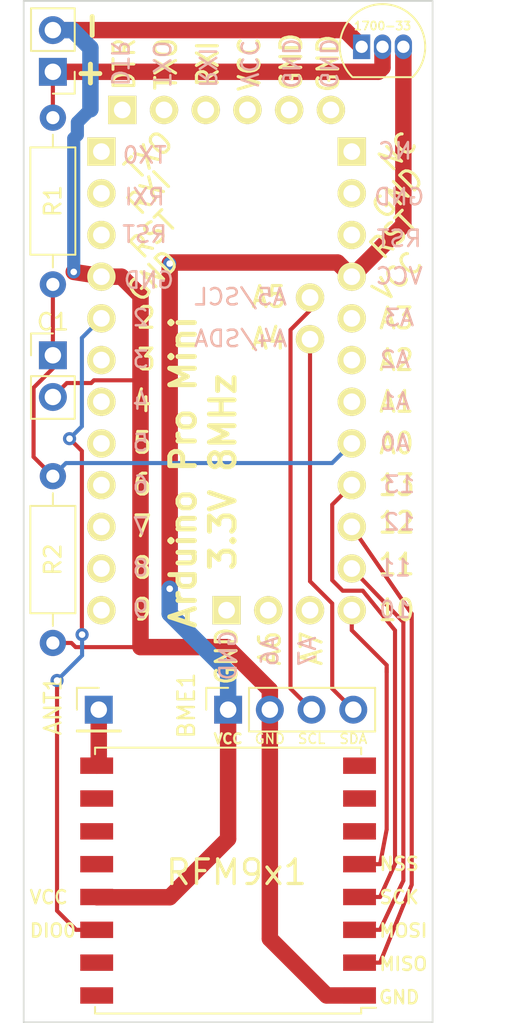
<source format=kicad_pcb>
(kicad_pcb (version 20171130) (host pcbnew 5.1.5-5.1.5)

  (general
    (thickness 1.6)
    (drawings 54)
    (tracks 109)
    (zones 0)
    (modules 9)
    (nets 13)
  )

  (page A4)
  (title_block
    (title "BME280 MySensor Node RFM95/96")
    (date 2019-12-09)
    (rev v0.3)
    (company JCW)
  )

  (layers
    (0 F.Cu signal)
    (31 B.Cu signal)
    (32 B.Adhes user)
    (33 F.Adhes user)
    (34 B.Paste user)
    (35 F.Paste user)
    (36 B.SilkS user)
    (37 F.SilkS user)
    (38 B.Mask user)
    (39 F.Mask user)
    (40 Dwgs.User user)
    (41 Cmts.User user)
    (42 Eco1.User user)
    (43 Eco2.User user)
    (44 Edge.Cuts user)
    (45 Margin user)
    (46 B.CrtYd user)
    (47 F.CrtYd user)
    (48 B.Fab user)
    (49 F.Fab user)
  )

  (setup
    (last_trace_width 0.25)
    (trace_clearance 0.2)
    (zone_clearance 0.508)
    (zone_45_only no)
    (trace_min 0.2)
    (via_size 0.8)
    (via_drill 0.4)
    (via_min_size 0.4)
    (via_min_drill 0.3)
    (uvia_size 0.3)
    (uvia_drill 0.1)
    (uvias_allowed no)
    (uvia_min_size 0.2)
    (uvia_min_drill 0.1)
    (edge_width 0.05)
    (segment_width 0.2)
    (pcb_text_width 0.3)
    (pcb_text_size 1.5 1.5)
    (mod_edge_width 0.12)
    (mod_text_size 1 1)
    (mod_text_width 0.15)
    (pad_size 1.524 1.524)
    (pad_drill 0.762)
    (pad_to_mask_clearance 0.051)
    (solder_mask_min_width 0.25)
    (aux_axis_origin 0 0)
    (visible_elements FFFFFF7F)
    (pcbplotparams
      (layerselection 0x010fc_ffffffff)
      (usegerberextensions false)
      (usegerberattributes false)
      (usegerberadvancedattributes false)
      (creategerberjobfile false)
      (excludeedgelayer true)
      (linewidth 0.100000)
      (plotframeref false)
      (viasonmask false)
      (mode 1)
      (useauxorigin false)
      (hpglpennumber 1)
      (hpglpenspeed 20)
      (hpglpendiameter 15.000000)
      (psnegative false)
      (psa4output false)
      (plotreference true)
      (plotvalue true)
      (plotinvisibletext false)
      (padsonsilk false)
      (subtractmaskfromsilk false)
      (outputformat 1)
      (mirror false)
      (drillshape 1)
      (scaleselection 1)
      (outputdirectory ""))
  )

  (net 0 "")
  (net 1 GND)
  (net 2 VCC)
  (net 3 SDA)
  (net 4 SCL)
  (net 5 DIO0)
  (net 6 ANT)
  (net 7 NSS)
  (net 8 SCK)
  (net 9 MOSI)
  (net 10 MISO)
  (net 11 VIN)
  (net 12 A0)

  (net_class Default "This is the default net class."
    (clearance 0.2)
    (trace_width 0.25)
    (via_dia 0.8)
    (via_drill 0.4)
    (uvia_dia 0.3)
    (uvia_drill 0.1)
    (add_net A0)
    (add_net ANT)
    (add_net DIO0)
    (add_net GND)
    (add_net MISO)
    (add_net MOSI)
    (add_net NSS)
    (add_net "Net-(RFM9x1-Pad10)")
    (add_net "Net-(RFM9x1-Pad11)")
    (add_net "Net-(RFM9x1-Pad12)")
    (add_net "Net-(RFM9x1-Pad15)")
    (add_net "Net-(RFM9x1-Pad16)")
    (add_net "Net-(RFM9x1-Pad6)")
    (add_net "Net-(RFM9x1-Pad7)")
    (add_net "Net-(RFM9x1-Pad8)")
    (add_net "Net-(X1-Pad10D)")
    (add_net "Net-(X1-Pad11D)")
    (add_net "Net-(X1-Pad12D)")
    (add_net "Net-(X1-Pad1A)")
    (add_net "Net-(X1-Pad1B)")
    (add_net "Net-(X1-Pad1C)")
    (add_net "Net-(X1-Pad1D)")
    (add_net "Net-(X1-Pad2A)")
    (add_net "Net-(X1-Pad2B)")
    (add_net "Net-(X1-Pad2C)")
    (add_net "Net-(X1-Pad2D)")
    (add_net "Net-(X1-Pad3A)")
    (add_net "Net-(X1-Pad3B)")
    (add_net "Net-(X1-Pad3C)")
    (add_net "Net-(X1-Pad3D)")
    (add_net "Net-(X1-Pad4C)")
    (add_net "Net-(X1-Pad5A)")
    (add_net "Net-(X1-Pad5C)")
    (add_net "Net-(X1-Pad6A)")
    (add_net "Net-(X1-Pad6C)")
    (add_net "Net-(X1-Pad6D)")
    (add_net "Net-(X1-Pad7A)")
    (add_net "Net-(X1-Pad7D)")
    (add_net "Net-(X1-Pad8D)")
    (add_net "Net-(X1-Pad9D)")
    (add_net SCK)
    (add_net SCL)
    (add_net SDA)
    (add_net VCC)
    (add_net VIN)
  )

  (net_class VCC ""
    (clearance 0.2)
    (trace_width 1)
    (via_dia 1)
    (via_drill 0.5)
    (uvia_dia 0.3)
    (uvia_drill 0.1)
  )

  (module Connector_PinHeader_2.54mm:PinHeader_1x02_P2.54mm_Vertical (layer F.Cu) (tedit 59FED5CC) (tstamp 5DF7797D)
    (at 121.666 87.376)
    (descr "Through hole straight pin header, 1x02, 2.54mm pitch, single row")
    (tags "Through hole pin header THT 1x02 2.54mm single row")
    (path /5DF3DF19)
    (fp_text reference C1 (at 0 -2.032) (layer F.SilkS)
      (effects (font (size 1 1) (thickness 0.15)))
    )
    (fp_text value C (at 0 4.87) (layer F.Fab)
      (effects (font (size 1 1) (thickness 0.15)))
    )
    (fp_text user %R (at 0 1.27 90) (layer F.Fab)
      (effects (font (size 1 1) (thickness 0.15)))
    )
    (fp_line (start 1.8 -1.8) (end -1.8 -1.8) (layer F.CrtYd) (width 0.05))
    (fp_line (start 1.8 4.35) (end 1.8 -1.8) (layer F.CrtYd) (width 0.05))
    (fp_line (start -1.8 4.35) (end 1.8 4.35) (layer F.CrtYd) (width 0.05))
    (fp_line (start -1.8 -1.8) (end -1.8 4.35) (layer F.CrtYd) (width 0.05))
    (fp_line (start -1.33 -1.33) (end 0 -1.33) (layer F.SilkS) (width 0.12))
    (fp_line (start -1.33 0) (end -1.33 -1.33) (layer F.SilkS) (width 0.12))
    (fp_line (start -1.33 1.27) (end 1.33 1.27) (layer F.SilkS) (width 0.12))
    (fp_line (start 1.33 1.27) (end 1.33 3.87) (layer F.SilkS) (width 0.12))
    (fp_line (start -1.33 1.27) (end -1.33 3.87) (layer F.SilkS) (width 0.12))
    (fp_line (start -1.33 3.87) (end 1.33 3.87) (layer F.SilkS) (width 0.12))
    (fp_line (start -1.27 -0.635) (end -0.635 -1.27) (layer F.Fab) (width 0.1))
    (fp_line (start -1.27 3.81) (end -1.27 -0.635) (layer F.Fab) (width 0.1))
    (fp_line (start 1.27 3.81) (end -1.27 3.81) (layer F.Fab) (width 0.1))
    (fp_line (start 1.27 -1.27) (end 1.27 3.81) (layer F.Fab) (width 0.1))
    (fp_line (start -0.635 -1.27) (end 1.27 -1.27) (layer F.Fab) (width 0.1))
    (pad 2 thru_hole oval (at 0 2.54) (size 1.7 1.7) (drill 1) (layers *.Cu *.Mask)
      (net 1 GND))
    (pad 1 thru_hole rect (at 0 0) (size 1.7 1.7) (drill 1) (layers *.Cu *.Mask)
      (net 12 A0))
    (model ${KISYS3DMOD}/Connector_PinHeader_2.54mm.3dshapes/PinHeader_1x02_P2.54mm_Vertical.wrl
      (at (xyz 0 0 0))
      (scale (xyz 1 1 1))
      (rotate (xyz 0 0 0))
    )
  )

  (module Resistor_THT:R_Axial_DIN0207_L6.3mm_D2.5mm_P10.16mm_Horizontal (layer F.Cu) (tedit 5AE5139B) (tstamp 5DF025F1)
    (at 121.666 94.742 270)
    (descr "Resistor, Axial_DIN0207 series, Axial, Horizontal, pin pitch=10.16mm, 0.25W = 1/4W, length*diameter=6.3*2.5mm^2, http://cdn-reichelt.de/documents/datenblatt/B400/1_4W%23YAG.pdf")
    (tags "Resistor Axial_DIN0207 series Axial Horizontal pin pitch 10.16mm 0.25W = 1/4W length 6.3mm diameter 2.5mm")
    (path /5DF356D7)
    (fp_text reference R2 (at 5.08 0 90) (layer F.SilkS)
      (effects (font (size 1 1) (thickness 0.15)))
    )
    (fp_text value R (at 5.08 2.37 90) (layer F.Fab)
      (effects (font (size 1 1) (thickness 0.15)))
    )
    (fp_text user %R (at 5.08 0 90) (layer F.Fab)
      (effects (font (size 1 1) (thickness 0.15)))
    )
    (fp_line (start 11.21 -1.5) (end -1.05 -1.5) (layer F.CrtYd) (width 0.05))
    (fp_line (start 11.21 1.5) (end 11.21 -1.5) (layer F.CrtYd) (width 0.05))
    (fp_line (start -1.05 1.5) (end 11.21 1.5) (layer F.CrtYd) (width 0.05))
    (fp_line (start -1.05 -1.5) (end -1.05 1.5) (layer F.CrtYd) (width 0.05))
    (fp_line (start 9.12 0) (end 8.35 0) (layer F.SilkS) (width 0.12))
    (fp_line (start 1.04 0) (end 1.81 0) (layer F.SilkS) (width 0.12))
    (fp_line (start 8.35 -1.37) (end 1.81 -1.37) (layer F.SilkS) (width 0.12))
    (fp_line (start 8.35 1.37) (end 8.35 -1.37) (layer F.SilkS) (width 0.12))
    (fp_line (start 1.81 1.37) (end 8.35 1.37) (layer F.SilkS) (width 0.12))
    (fp_line (start 1.81 -1.37) (end 1.81 1.37) (layer F.SilkS) (width 0.12))
    (fp_line (start 10.16 0) (end 8.23 0) (layer F.Fab) (width 0.1))
    (fp_line (start 0 0) (end 1.93 0) (layer F.Fab) (width 0.1))
    (fp_line (start 8.23 -1.25) (end 1.93 -1.25) (layer F.Fab) (width 0.1))
    (fp_line (start 8.23 1.25) (end 8.23 -1.25) (layer F.Fab) (width 0.1))
    (fp_line (start 1.93 1.25) (end 8.23 1.25) (layer F.Fab) (width 0.1))
    (fp_line (start 1.93 -1.25) (end 1.93 1.25) (layer F.Fab) (width 0.1))
    (pad 2 thru_hole oval (at 10.16 0 270) (size 1.6 1.6) (drill 0.8) (layers *.Cu *.Mask)
      (net 1 GND))
    (pad 1 thru_hole circle (at 0 0 270) (size 1.6 1.6) (drill 0.8) (layers *.Cu *.Mask)
      (net 12 A0))
    (model ${KISYS3DMOD}/Resistor_THT.3dshapes/R_Axial_DIN0207_L6.3mm_D2.5mm_P10.16mm_Horizontal.wrl
      (at (xyz 0 0 0))
      (scale (xyz 1 1 1))
      (rotate (xyz 0 0 0))
    )
  )

  (module Resistor_THT:R_Axial_DIN0207_L6.3mm_D2.5mm_P10.16mm_Horizontal (layer F.Cu) (tedit 5AE5139B) (tstamp 5DF025DE)
    (at 121.666 72.898 270)
    (descr "Resistor, Axial_DIN0207 series, Axial, Horizontal, pin pitch=10.16mm, 0.25W = 1/4W, length*diameter=6.3*2.5mm^2, http://cdn-reichelt.de/documents/datenblatt/B400/1_4W%23YAG.pdf")
    (tags "Resistor Axial_DIN0207 series Axial Horizontal pin pitch 10.16mm 0.25W = 1/4W length 6.3mm diameter 2.5mm")
    (path /5DF3515F)
    (fp_text reference R1 (at 5.08 0 90) (layer F.SilkS)
      (effects (font (size 1 1) (thickness 0.15)))
    )
    (fp_text value R (at 5.08 2.37 90) (layer F.Fab)
      (effects (font (size 1 1) (thickness 0.15)))
    )
    (fp_text user %R (at 5.08 0 90) (layer F.Fab)
      (effects (font (size 1 1) (thickness 0.15)))
    )
    (fp_line (start 11.21 -1.5) (end -1.05 -1.5) (layer F.CrtYd) (width 0.05))
    (fp_line (start 11.21 1.5) (end 11.21 -1.5) (layer F.CrtYd) (width 0.05))
    (fp_line (start -1.05 1.5) (end 11.21 1.5) (layer F.CrtYd) (width 0.05))
    (fp_line (start -1.05 -1.5) (end -1.05 1.5) (layer F.CrtYd) (width 0.05))
    (fp_line (start 9.12 0) (end 8.35 0) (layer F.SilkS) (width 0.12))
    (fp_line (start 1.04 0) (end 1.81 0) (layer F.SilkS) (width 0.12))
    (fp_line (start 8.35 -1.37) (end 1.81 -1.37) (layer F.SilkS) (width 0.12))
    (fp_line (start 8.35 1.37) (end 8.35 -1.37) (layer F.SilkS) (width 0.12))
    (fp_line (start 1.81 1.37) (end 8.35 1.37) (layer F.SilkS) (width 0.12))
    (fp_line (start 1.81 -1.37) (end 1.81 1.37) (layer F.SilkS) (width 0.12))
    (fp_line (start 10.16 0) (end 8.23 0) (layer F.Fab) (width 0.1))
    (fp_line (start 0 0) (end 1.93 0) (layer F.Fab) (width 0.1))
    (fp_line (start 8.23 -1.25) (end 1.93 -1.25) (layer F.Fab) (width 0.1))
    (fp_line (start 8.23 1.25) (end 8.23 -1.25) (layer F.Fab) (width 0.1))
    (fp_line (start 1.93 1.25) (end 8.23 1.25) (layer F.Fab) (width 0.1))
    (fp_line (start 1.93 -1.25) (end 1.93 1.25) (layer F.Fab) (width 0.1))
    (pad 2 thru_hole oval (at 10.16 0 270) (size 1.6 1.6) (drill 0.8) (layers *.Cu *.Mask)
      (net 12 A0))
    (pad 1 thru_hole circle (at 0 0 270) (size 1.6 1.6) (drill 0.8) (layers *.Cu *.Mask)
      (net 11 VIN))
    (model ${KISYS3DMOD}/Resistor_THT.3dshapes/R_Axial_DIN0207_L6.3mm_D2.5mm_P10.16mm_Horizontal.wrl
      (at (xyz 0 0 0))
      (scale (xyz 1 1 1))
      (rotate (xyz 0 0 0))
    )
  )

  (module Package_TO_SOT_THT:TO-92_Inline (layer F.Cu) (tedit 5A1DD157) (tstamp 5DF0181E)
    (at 140.462 68.58)
    (descr "TO-92 leads in-line, narrow, oval pads, drill 0.75mm (see NXP sot054_po.pdf)")
    (tags "to-92 sc-43 sc-43a sot54 PA33 transistor")
    (path /5DF2EB25)
    (fp_text reference U1 (at 1.27 -3.56) (layer F.SilkS) hide
      (effects (font (size 1 1) (thickness 0.15)))
    )
    (fp_text value MCP1700-3302E_TO92 (at 1.27 2.79) (layer F.Fab)
      (effects (font (size 1 1) (thickness 0.15)))
    )
    (fp_arc (start 1.27 0) (end 1.27 -2.6) (angle 135) (layer F.SilkS) (width 0.12))
    (fp_arc (start 1.27 0) (end 1.27 -2.48) (angle -135) (layer F.Fab) (width 0.1))
    (fp_arc (start 1.27 0) (end 1.27 -2.6) (angle -135) (layer F.SilkS) (width 0.12))
    (fp_arc (start 1.27 0) (end 1.27 -2.48) (angle 135) (layer F.Fab) (width 0.1))
    (fp_line (start 4 2.01) (end -1.46 2.01) (layer F.CrtYd) (width 0.05))
    (fp_line (start 4 2.01) (end 4 -2.73) (layer F.CrtYd) (width 0.05))
    (fp_line (start -1.46 -2.73) (end -1.46 2.01) (layer F.CrtYd) (width 0.05))
    (fp_line (start -1.46 -2.73) (end 4 -2.73) (layer F.CrtYd) (width 0.05))
    (fp_line (start -0.5 1.75) (end 3 1.75) (layer F.Fab) (width 0.1))
    (fp_line (start -0.53 1.85) (end 3.07 1.85) (layer F.SilkS) (width 0.12))
    (pad 1 thru_hole rect (at 0 0) (size 1.05 1.5) (drill 0.75) (layers *.Cu *.Mask)
      (net 1 GND))
    (pad 3 thru_hole oval (at 2.54 0) (size 1.05 1.5) (drill 0.75) (layers *.Cu *.Mask)
      (net 2 VCC))
    (pad 2 thru_hole oval (at 1.27 0) (size 1.05 1.5) (drill 0.75) (layers *.Cu *.Mask)
      (net 11 VIN))
    (model ${KISYS3DMOD}/Package_TO_SOT_THT.3dshapes/TO-92_Inline.wrl
      (at (xyz 0 0 0))
      (scale (xyz 1 1 1))
      (rotate (xyz 0 0 0))
    )
  )

  (module Connector_PinHeader_2.54mm:PinHeader_1x02_P2.54mm_Vertical (layer F.Cu) (tedit 59FED5CC) (tstamp 5DF0180C)
    (at 121.666 70.104 180)
    (descr "Through hole straight pin header, 1x02, 2.54mm pitch, single row")
    (tags "Through hole pin header THT 1x02 2.54mm single row")
    (path /5DF2FC8D)
    (fp_text reference J3 (at 0 -2.33) (layer F.SilkS) hide
      (effects (font (size 1 1) (thickness 0.15)))
    )
    (fp_text value Conn_01x02_Male (at 0 4.87) (layer F.Fab) hide
      (effects (font (size 1 1) (thickness 0.15)))
    )
    (fp_text user %R (at 0 1.27 90) (layer F.Fab)
      (effects (font (size 1 1) (thickness 0.15)))
    )
    (fp_line (start 1.8 -1.8) (end -1.8 -1.8) (layer F.CrtYd) (width 0.05))
    (fp_line (start 1.8 4.35) (end 1.8 -1.8) (layer F.CrtYd) (width 0.05))
    (fp_line (start -1.8 4.35) (end 1.8 4.35) (layer F.CrtYd) (width 0.05))
    (fp_line (start -1.8 -1.8) (end -1.8 4.35) (layer F.CrtYd) (width 0.05))
    (fp_line (start -1.33 -1.33) (end 0 -1.33) (layer F.SilkS) (width 0.12))
    (fp_line (start -1.33 0) (end -1.33 -1.33) (layer F.SilkS) (width 0.12))
    (fp_line (start -1.33 1.27) (end 1.33 1.27) (layer F.SilkS) (width 0.12))
    (fp_line (start 1.33 1.27) (end 1.33 3.87) (layer F.SilkS) (width 0.12))
    (fp_line (start -1.33 1.27) (end -1.33 3.87) (layer F.SilkS) (width 0.12))
    (fp_line (start -1.33 3.87) (end 1.33 3.87) (layer F.SilkS) (width 0.12))
    (fp_line (start -1.27 -0.635) (end -0.635 -1.27) (layer F.Fab) (width 0.1))
    (fp_line (start -1.27 3.81) (end -1.27 -0.635) (layer F.Fab) (width 0.1))
    (fp_line (start 1.27 3.81) (end -1.27 3.81) (layer F.Fab) (width 0.1))
    (fp_line (start 1.27 -1.27) (end 1.27 3.81) (layer F.Fab) (width 0.1))
    (fp_line (start -0.635 -1.27) (end 1.27 -1.27) (layer F.Fab) (width 0.1))
    (pad 2 thru_hole oval (at 0 2.54 180) (size 1.7 1.7) (drill 1) (layers *.Cu *.Mask)
      (net 1 GND))
    (pad 1 thru_hole rect (at 0 0 180) (size 1.7 1.7) (drill 1) (layers *.Cu *.Mask)
      (net 11 VIN))
    (model ${KISYS3DMOD}/Connector_PinHeader_2.54mm.3dshapes/PinHeader_1x02_P2.54mm_Vertical.wrl
      (at (xyz 0 0 0))
      (scale (xyz 1 1 1))
      (rotate (xyz 0 0 0))
    )
  )

  (module ArduinoJC:Arduino_Pro_Mini_JC (layer F.Cu) (tedit 5DEEC1E4) (tstamp 5DEEB9DE)
    (at 132.240599 87.666599)
    (descr "Arduino Pro Mini")
    (tags "Arduino Pro Mini")
    (path /5DF0A140)
    (fp_text reference X1 (at 0.127 -22.987) (layer F.SilkS) hide
      (effects (font (size 1.778 1.524) (thickness 0.2032)))
    )
    (fp_text value Arduino_Pro_Mini (at 0 -11.557 180) (layer F.Fab)
      (effects (font (size 1.016 1.016) (thickness 0.1016)))
    )
    (fp_text user DTR (at -6.223 -18.034 90) (layer F.SilkS)
      (effects (font (size 1.27 1.143) (thickness 0.1778)))
    )
    (fp_text user TXO (at -3.683 -18.034 90) (layer F.SilkS)
      (effects (font (size 1.27 1.143) (thickness 0.1905)))
    )
    (fp_text user RXI (at -1.143 -18.034 90) (layer F.SilkS)
      (effects (font (size 1.27 1.143) (thickness 0.1905)))
    )
    (fp_text user VCC (at 1.397 -18.034 90) (layer F.SilkS)
      (effects (font (size 1.27 1.143) (thickness 0.1905)))
    )
    (fp_text user GND (at 3.937 -18.161 90) (layer F.SilkS)
      (effects (font (size 1.27 1.143) (thickness 0.1905)))
    )
    (fp_text user GND (at 6.189401 -18.070599 90) (layer F.SilkS)
      (effects (font (size 1.27 1.143) (thickness 0.1905)))
    )
    (fp_text user GND (at 0 18.034 90) (layer F.SilkS)
      (effects (font (size 1.27 1.143) (thickness 0.1905)))
    )
    (fp_text user " A6" (at 2.633401 17.997401 90) (layer F.SilkS)
      (effects (font (size 1.27 1.143) (thickness 0.1905)))
    )
    (fp_text user " A7" (at 5.173401 17.997401 90) (layer F.SilkS)
      (effects (font (size 1.27 1.143) (thickness 0.1905)))
    )
    (fp_text user " 10" (at 9.906 15.24) (layer F.SilkS)
      (effects (font (size 1.27 1.143) (thickness 0.1905)))
    )
    (fp_text user " 11" (at 9.906 12.446) (layer F.SilkS)
      (effects (font (size 1.27 1.143) (thickness 0.1905)))
    )
    (fp_text user " 12" (at 9.906 9.906) (layer F.SilkS)
      (effects (font (size 1.27 1.143) (thickness 0.1905)))
    )
    (fp_text user " 13" (at 9.906 7.62) (layer F.SilkS)
      (effects (font (size 1.27 1.143) (thickness 0.1905)))
    )
    (fp_text user " A0" (at 9.906 5.08) (layer F.SilkS)
      (effects (font (size 1.27 1.143) (thickness 0.1905)))
    )
    (fp_text user " A1" (at 9.906 2.54) (layer F.SilkS)
      (effects (font (size 1.27 1.143) (thickness 0.1905)))
    )
    (fp_text user NC (at 10.414 -12.7 45) (layer F.SilkS)
      (effects (font (size 1.27 1.143) (thickness 0.1905)))
    )
    (fp_text user GND (at 10.414 -10.16 45) (layer F.SilkS)
      (effects (font (size 1.27 1.143) (thickness 0.1905)))
    )
    (fp_text user RST (at 10.16 -7.62 45) (layer F.SilkS)
      (effects (font (size 1.27 1.143) (thickness 0.1905)))
    )
    (fp_text user VCC (at 10.414 -5.08 45) (layer F.SilkS)
      (effects (font (size 1.27 1.143) (thickness 0.1905)))
    )
    (fp_text user " A3" (at 9.906 -2.54) (layer F.SilkS)
      (effects (font (size 1.27 1.143) (thickness 0.1905)))
    )
    (fp_text user " A2" (at 9.906 0) (layer F.SilkS)
      (effects (font (size 1.27 1.143) (thickness 0.1905)))
    )
    (fp_text user "  3" (at -5.748599 -0.036599) (layer F.SilkS)
      (effects (font (size 1.27 1.143) (thickness 0.1905)))
    )
    (fp_text user "  2" (at -5.748599 -2.576599 180) (layer F.SilkS)
      (effects (font (size 1.27 1.143) (thickness 0.1905)))
    )
    (fp_text user GND (at -4.478599 -5.116599 45) (layer F.SilkS)
      (effects (font (size 1.27 1.143) (thickness 0.1905)))
    )
    (fp_text user RST (at -4.478599 -7.656599 45) (layer F.SilkS)
      (effects (font (size 1.27 1.143) (thickness 0.1905)))
    )
    (fp_text user RXI (at -4.732599 -10.196599 45) (layer F.SilkS)
      (effects (font (size 1.27 1.143) (thickness 0.1905)))
    )
    (fp_text user TXO (at -4.732599 -12.482599 45) (layer F.SilkS)
      (effects (font (size 1.27 1.143) (thickness 0.1905)))
    )
    (fp_text user "  4" (at -6.002599 2.503401) (layer F.SilkS)
      (effects (font (size 1.27 1.143) (thickness 0.1905)))
    )
    (fp_text user "  5" (at -6.002599 5.043401) (layer F.SilkS)
      (effects (font (size 1.27 1.143) (thickness 0.1905)))
    )
    (fp_text user "  6" (at -6.002599 7.583401) (layer F.SilkS)
      (effects (font (size 1.27 1.143) (thickness 0.1905)))
    )
    (fp_text user "  7" (at -6.002599 10.123401) (layer F.SilkS)
      (effects (font (size 1.27 1.143) (thickness 0.1905)))
    )
    (fp_text user "  8" (at -6.002599 12.663401) (layer F.SilkS)
      (effects (font (size 1.27 1.143) (thickness 0.1905)))
    )
    (fp_text user "  9" (at -6.002599 15.203401) (layer F.SilkS)
      (effects (font (size 1.27 1.143) (thickness 0.1905)))
    )
    (fp_text user " A4" (at 2.125401 -1.306599) (layer F.SilkS)
      (effects (font (size 1.27 1.143) (thickness 0.1905)))
    )
    (fp_text user " A5" (at 2.125401 -3.846599) (layer F.SilkS)
      (effects (font (size 1.27 1.143) (thickness 0.1905)))
    )
    (pad 12A thru_hole circle (at 7.62 15.24) (size 1.7272 1.7272) (drill 1.016) (layers *.Cu *.Mask F.SilkS)
      (net 7 NSS))
    (pad 3B thru_hole circle (at 5.08 15.24) (size 1.7272 1.7272) (drill 1.016) (layers *.Cu *.Mask F.SilkS))
    (pad 2B thru_hole circle (at 2.54 15.24) (size 1.7272 1.7272) (drill 1.016) (layers *.Cu *.Mask F.SilkS))
    (pad 1B thru_hole rect (at 0 15.24) (size 1.7272 1.7272) (drill 1.016) (layers *.Cu *.Mask F.SilkS))
    (pad 6C thru_hole circle (at 6.35 -15.24) (size 1.7272 1.7272) (drill 1.016) (layers *.Cu *.Mask F.SilkS))
    (pad 5C thru_hole circle (at 3.81 -15.24) (size 1.7272 1.7272) (drill 1.016) (layers *.Cu *.Mask F.SilkS))
    (pad 4C thru_hole circle (at 1.27 -15.24) (size 1.7272 1.7272) (drill 1.016) (layers *.Cu *.Mask F.SilkS))
    (pad 3C thru_hole circle (at -1.27 -15.24) (size 1.7272 1.7272) (drill 1.016) (layers *.Cu *.Mask F.SilkS))
    (pad 2C thru_hole circle (at -3.81 -15.24) (size 1.7272 1.7272) (drill 1.016) (layers *.Cu *.Mask F.SilkS))
    (pad 1C thru_hole rect (at -6.35 -15.24) (size 1.7272 1.7272) (drill 1.016) (layers *.Cu *.Mask F.SilkS))
    (pad 11A thru_hole circle (at 7.62 12.7) (size 1.7272 1.7272) (drill 1.016) (layers *.Cu *.Mask F.SilkS)
      (net 9 MOSI))
    (pad 9A thru_hole circle (at 7.62 7.62) (size 1.7272 1.7272) (drill 1.016) (layers *.Cu *.Mask F.SilkS)
      (net 8 SCK))
    (pad 10A thru_hole circle (at 7.62 10.16) (size 1.7272 1.7272) (drill 1.016) (layers *.Cu *.Mask F.SilkS)
      (net 10 MISO))
    (pad 6A thru_hole circle (at 7.62 0) (size 1.7272 1.7272) (drill 1.016) (layers *.Cu *.Mask F.SilkS))
    (pad 5A thru_hole circle (at 7.62 -2.54) (size 1.7272 1.7272) (drill 1.016) (layers *.Cu *.Mask F.SilkS))
    (pad 7A thru_hole circle (at 7.62 2.54) (size 1.7272 1.7272) (drill 1.016) (layers *.Cu *.Mask F.SilkS))
    (pad 8A thru_hole circle (at 7.62 5.08) (size 1.7272 1.7272) (drill 1.016) (layers *.Cu *.Mask F.SilkS)
      (net 12 A0))
    (pad 4A thru_hole circle (at 7.62 -5.08) (size 1.7272 1.7272) (drill 1.016) (layers *.Cu *.Mask F.SilkS)
      (net 2 VCC))
    (pad 3A thru_hole circle (at 7.62 -7.62) (size 1.7272 1.7272) (drill 1.016) (layers *.Cu *.Mask F.SilkS))
    (pad 1A thru_hole rect (at 7.62 -12.7) (size 1.7272 1.7272) (drill 1.016) (layers *.Cu *.Mask F.SilkS))
    (pad 2A thru_hole circle (at 7.62 -10.16) (size 1.7272 1.7272) (drill 1.016) (layers *.Cu *.Mask F.SilkS))
    (pad 2D thru_hole circle (at -7.62 -10.16) (size 1.7272 1.7272) (drill 1.016) (layers *.Cu *.Mask F.SilkS))
    (pad 1D thru_hole rect (at -7.62 -12.7) (size 1.7272 1.7272) (drill 1.016) (layers *.Cu *.Mask F.SilkS))
    (pad 3D thru_hole circle (at -7.62 -7.62) (size 1.7272 1.7272) (drill 1.016) (layers *.Cu *.Mask F.SilkS))
    (pad 4D thru_hole circle (at -7.62 -5.08) (size 1.7272 1.7272) (drill 1.016) (layers *.Cu *.Mask F.SilkS)
      (net 1 GND))
    (pad 8D thru_hole circle (at -7.62 5.08) (size 1.7272 1.7272) (drill 1.016) (layers *.Cu *.Mask F.SilkS))
    (pad 7D thru_hole circle (at -7.62 2.54) (size 1.7272 1.7272) (drill 1.016) (layers *.Cu *.Mask F.SilkS))
    (pad 5D thru_hole circle (at -7.62 -2.54) (size 1.7272 1.7272) (drill 1.016) (layers *.Cu *.Mask F.SilkS)
      (net 5 DIO0))
    (pad 6D thru_hole circle (at -7.62 0) (size 1.7272 1.7272) (drill 1.016) (layers *.Cu *.Mask F.SilkS))
    (pad 10D thru_hole circle (at -7.62 10.16) (size 1.7272 1.7272) (drill 1.016) (layers *.Cu *.Mask F.SilkS))
    (pad 9D thru_hole circle (at -7.62 7.62) (size 1.7272 1.7272) (drill 1.016) (layers *.Cu *.Mask F.SilkS))
    (pad 11D thru_hole circle (at -7.62 12.7) (size 1.7272 1.7272) (drill 1.016) (layers *.Cu *.Mask F.SilkS))
    (pad 12D thru_hole circle (at -7.62 15.24) (size 1.7272 1.7272) (drill 1.016) (layers *.Cu *.Mask F.SilkS))
    (pad 5B thru_hole circle (at 5.08 -3.81) (size 1.7272 1.7272) (drill 1.016) (layers *.Cu *.Mask F.SilkS)
      (net 4 SCL))
    (pad 4B thru_hole circle (at 5.08 -1.27) (size 1.7272 1.7272) (drill 1.016) (layers *.Cu *.Mask F.SilkS)
      (net 3 SDA))
  )

  (module RF_Module:HOPERF_RFM9XW_SMD (layer F.Cu) (tedit 5C227243) (tstamp 5DEEB992)
    (at 132.334 119.38 180)
    (descr "Low Power Long Range Transceiver Module SMD-16 (https://www.hoperf.com/data/upload/portal/20181127/5bfcbea20e9ef.pdf)")
    (tags "LoRa Low Power Long Range Transceiver Module")
    (path /5DF11306)
    (attr smd)
    (fp_text reference RFM9x1 (at -0.508 0.508) (layer F.SilkS)
      (effects (font (size 1.5 1.5) (thickness 0.2)))
    )
    (fp_text value RFM95W-868S2 (at 0 9.5) (layer F.Fab) hide
      (effects (font (size 1 1) (thickness 0.15)))
    )
    (fp_line (start -7 -8) (end -8 -7) (layer F.Fab) (width 0.1))
    (fp_line (start -8.1 -7.75) (end -9 -7.75) (layer F.SilkS) (width 0.12))
    (fp_line (start -8.1 -8.1) (end -8.1 -7.75) (layer F.SilkS) (width 0.12))
    (fp_line (start 8.1 8.1) (end 8.1 7.7) (layer F.SilkS) (width 0.12))
    (fp_line (start -8.1 8.1) (end 8.1 8.1) (layer F.SilkS) (width 0.12))
    (fp_line (start -8.1 7.7) (end -8.1 8.1) (layer F.SilkS) (width 0.12))
    (fp_line (start 8.1 -8.1) (end 8.1 -7.7) (layer F.SilkS) (width 0.12))
    (fp_line (start -8.1 -8.1) (end 8.1 -8.1) (layer F.SilkS) (width 0.12))
    (fp_line (start -9.25 8.25) (end -9.25 -8.25) (layer F.CrtYd) (width 0.05))
    (fp_line (start -9.25 8.25) (end 9.25 8.25) (layer F.CrtYd) (width 0.05))
    (fp_line (start 9.25 -8.25) (end 9.25 8.25) (layer F.CrtYd) (width 0.05))
    (fp_line (start -9.25 -8.25) (end 9.25 -8.25) (layer F.CrtYd) (width 0.05))
    (fp_text user %R (at -0.254 -1.778) (layer F.Fab)
      (effects (font (size 1 1) (thickness 0.15)))
    )
    (fp_line (start -8 8) (end -8 -7) (layer F.Fab) (width 0.1))
    (fp_line (start -8 8) (end 8 8) (layer F.Fab) (width 0.1))
    (fp_line (start 8 8) (end 8 -8) (layer F.Fab) (width 0.1))
    (fp_line (start -7 -8) (end 8 -8) (layer F.Fab) (width 0.1))
    (pad 16 smd rect (at 8 -7 180) (size 2 1) (layers F.Cu F.Paste F.Mask))
    (pad 15 smd rect (at 8 -5 180) (size 2 1) (layers F.Cu F.Paste F.Mask))
    (pad 14 smd rect (at 8 -3 180) (size 2 1) (layers F.Cu F.Paste F.Mask)
      (net 5 DIO0))
    (pad 13 smd rect (at 8 -1 180) (size 2 1) (layers F.Cu F.Paste F.Mask)
      (net 2 VCC))
    (pad 12 smd rect (at 8 1 180) (size 2 1) (layers F.Cu F.Paste F.Mask))
    (pad 11 smd rect (at 8 3 180) (size 2 1) (layers F.Cu F.Paste F.Mask))
    (pad 10 smd rect (at 8 5 180) (size 2 1) (layers F.Cu F.Paste F.Mask))
    (pad 9 smd rect (at 8 7 180) (size 2 1) (layers F.Cu F.Paste F.Mask)
      (net 6 ANT))
    (pad 8 smd rect (at -8 7 180) (size 2 1) (layers F.Cu F.Paste F.Mask))
    (pad 7 smd rect (at -8 5 180) (size 2 1) (layers F.Cu F.Paste F.Mask))
    (pad 6 smd rect (at -8 3 180) (size 2 1) (layers F.Cu F.Paste F.Mask))
    (pad 5 smd rect (at -8 1 180) (size 2 1) (layers F.Cu F.Paste F.Mask)
      (net 7 NSS))
    (pad 4 smd rect (at -8 -1 180) (size 2 1) (layers F.Cu F.Paste F.Mask)
      (net 8 SCK))
    (pad 3 smd rect (at -8 -3 180) (size 2 1) (layers F.Cu F.Paste F.Mask)
      (net 9 MOSI))
    (pad 2 smd rect (at -8 -5 180) (size 2 1) (layers F.Cu F.Paste F.Mask)
      (net 10 MISO))
    (pad 1 smd rect (at -8 -7 180) (size 2 1) (layers F.Cu F.Paste F.Mask)
      (net 1 GND))
    (model ${KISYS3DMOD}/RF_Module.3dshapes/HOPERF_RFM9XW_SMD.wrl
      (at (xyz 0 0 0))
      (scale (xyz 1 1 1))
      (rotate (xyz 0 0 0))
    )
  )

  (module Connector_PinSocket_2.54mm:PinSocket_1x04_P2.54mm_Vertical (layer F.Cu) (tedit 5A19A429) (tstamp 5DEECD97)
    (at 132.334 108.966 90)
    (descr "Through hole straight socket strip, 1x04, 2.54mm pitch, single row (from Kicad 4.0.7), script generated")
    (tags "Through hole socket strip THT 1x04 2.54mm single row")
    (path /5DF167B7)
    (fp_text reference BME1 (at 0.254 -2.54 90) (layer F.SilkS)
      (effects (font (size 1 1) (thickness 0.15)))
    )
    (fp_text value "BME280 Connector" (at 0 10.39 90) (layer F.Fab) hide
      (effects (font (size 1 1) (thickness 0.15)))
    )
    (fp_text user %R (at 0 3.81 180) (layer F.Fab)
      (effects (font (size 1 1) (thickness 0.15)))
    )
    (fp_line (start -1.8 9.4) (end -1.8 -1.8) (layer F.CrtYd) (width 0.05))
    (fp_line (start 1.75 9.4) (end -1.8 9.4) (layer F.CrtYd) (width 0.05))
    (fp_line (start 1.75 -1.8) (end 1.75 9.4) (layer F.CrtYd) (width 0.05))
    (fp_line (start -1.8 -1.8) (end 1.75 -1.8) (layer F.CrtYd) (width 0.05))
    (fp_line (start 0 -1.33) (end 1.33 -1.33) (layer F.SilkS) (width 0.12))
    (fp_line (start 1.33 -1.33) (end 1.33 0) (layer F.SilkS) (width 0.12))
    (fp_line (start 1.33 1.27) (end 1.33 8.95) (layer F.SilkS) (width 0.12))
    (fp_line (start -1.33 8.95) (end 1.33 8.95) (layer F.SilkS) (width 0.12))
    (fp_line (start -1.33 1.27) (end -1.33 8.95) (layer F.SilkS) (width 0.12))
    (fp_line (start -1.33 1.27) (end 1.33 1.27) (layer F.SilkS) (width 0.12))
    (fp_line (start -1.27 8.89) (end -1.27 -1.27) (layer F.Fab) (width 0.1))
    (fp_line (start 1.27 8.89) (end -1.27 8.89) (layer F.Fab) (width 0.1))
    (fp_line (start 1.27 -0.635) (end 1.27 8.89) (layer F.Fab) (width 0.1))
    (fp_line (start 0.635 -1.27) (end 1.27 -0.635) (layer F.Fab) (width 0.1))
    (fp_line (start -1.27 -1.27) (end 0.635 -1.27) (layer F.Fab) (width 0.1))
    (pad 4 thru_hole oval (at 0 7.62 90) (size 1.7 1.7) (drill 1) (layers *.Cu *.Mask)
      (net 3 SDA))
    (pad 3 thru_hole oval (at 0 5.08 90) (size 1.7 1.7) (drill 1) (layers *.Cu *.Mask)
      (net 4 SCL))
    (pad 2 thru_hole oval (at 0 2.54 90) (size 1.7 1.7) (drill 1) (layers *.Cu *.Mask)
      (net 1 GND))
    (pad 1 thru_hole rect (at 0 0 90) (size 1.7 1.7) (drill 1) (layers *.Cu *.Mask)
      (net 2 VCC))
    (model ${KISYS3DMOD}/Connector_PinSocket_2.54mm.3dshapes/PinSocket_1x04_P2.54mm_Vertical.wrl
      (at (xyz 0 0 0))
      (scale (xyz 1 1 1))
      (rotate (xyz 0 0 0))
    )
  )

  (module Connector_PinHeader_2.54mm:PinHeader_1x01_P2.54mm_Vertical (layer F.Cu) (tedit 59FED5CC) (tstamp 5DF0164E)
    (at 124.46 108.966)
    (descr "Through hole straight pin header, 1x01, 2.54mm pitch, single row")
    (tags "Through hole pin header THT 1x01 2.54mm single row")
    (path /5DF1E1AC)
    (fp_text reference ANT1 (at -2.794 -0.254 90) (layer F.SilkS)
      (effects (font (size 1 1) (thickness 0.15)))
    )
    (fp_text value "Antenna THT" (at 0 2.33) (layer F.Fab)
      (effects (font (size 1 1) (thickness 0.15)))
    )
    (fp_text user %R (at 0 0 90) (layer F.Fab)
      (effects (font (size 1 1) (thickness 0.15)))
    )
    (fp_line (start 1.8 -1.8) (end -1.8 -1.8) (layer F.CrtYd) (width 0.05))
    (fp_line (start 1.8 1.8) (end 1.8 -1.8) (layer F.CrtYd) (width 0.05))
    (fp_line (start -1.8 1.8) (end 1.8 1.8) (layer F.CrtYd) (width 0.05))
    (fp_line (start -1.8 -1.8) (end -1.8 1.8) (layer F.CrtYd) (width 0.05))
    (fp_line (start -1.33 -1.33) (end 0 -1.33) (layer F.SilkS) (width 0.12))
    (fp_line (start -1.33 0) (end -1.33 -1.33) (layer F.SilkS) (width 0.12))
    (fp_line (start -1.33 1.27) (end 1.33 1.27) (layer F.SilkS) (width 0.12))
    (fp_line (start 1.33 1.27) (end 1.33 1.33) (layer F.SilkS) (width 0.12))
    (fp_line (start -1.33 1.27) (end -1.33 1.33) (layer F.SilkS) (width 0.12))
    (fp_line (start -1.33 1.33) (end 1.33 1.33) (layer F.SilkS) (width 0.12))
    (fp_line (start -1.27 -0.635) (end -0.635 -1.27) (layer F.Fab) (width 0.1))
    (fp_line (start -1.27 1.27) (end -1.27 -0.635) (layer F.Fab) (width 0.1))
    (fp_line (start 1.27 1.27) (end -1.27 1.27) (layer F.Fab) (width 0.1))
    (fp_line (start 1.27 -1.27) (end 1.27 1.27) (layer F.Fab) (width 0.1))
    (fp_line (start -0.635 -1.27) (end 1.27 -1.27) (layer F.Fab) (width 0.1))
    (pad 1 thru_hole rect (at 0 0) (size 1.7 1.7) (drill 1) (layers *.Cu *.Mask)
      (net 6 ANT))
    (model ${KISYS3DMOD}/Connector_PinHeader_2.54mm.3dshapes/PinHeader_1x01_P2.54mm_Vertical.wrl
      (at (xyz 0 0 0))
      (scale (xyz 1 1 1))
      (rotate (xyz 0 0 0))
    )
  )

  (gr_text A7 (at 137.16 105.41 90) (layer B.SilkS)
    (effects (font (size 1 1) (thickness 0.15)) (justify mirror))
  )
  (gr_text A6 (at 134.874 105.41 90) (layer B.SilkS)
    (effects (font (size 1 1) (thickness 0.15)) (justify mirror))
  )
  (gr_text GND (at 132.334 105.664 90) (layer B.SilkS)
    (effects (font (size 1 1) (thickness 0.15)) (justify mirror))
  )
  (gr_text GND (at 138.43 69.596 270) (layer B.SilkS)
    (effects (font (size 1 1) (thickness 0.15)) (justify mirror))
  )
  (gr_text GND (at 136.144 69.596 270) (layer B.SilkS)
    (effects (font (size 1 1) (thickness 0.15)) (justify mirror))
  )
  (gr_text VCC (at 133.604 69.596 270) (layer B.SilkS)
    (effects (font (size 1 1) (thickness 0.15)) (justify mirror))
  )
  (gr_text RXI (at 131.064 69.85 270) (layer B.SilkS)
    (effects (font (size 1 1) (thickness 0.15)) (justify mirror))
  )
  (gr_text TXO (at 128.27 69.596 270) (layer B.SilkS)
    (effects (font (size 1 1) (thickness 0.15)) (justify mirror))
  )
  (gr_text DTR (at 125.73 69.596 270) (layer B.SilkS)
    (effects (font (size 1 1) (thickness 0.15)) (justify mirror))
  )
  (gr_text 9 (at 127 102.87) (layer B.SilkS)
    (effects (font (size 1 1) (thickness 0.15)) (justify mirror))
  )
  (gr_text 8 (at 127 100.33) (layer B.SilkS)
    (effects (font (size 1 1) (thickness 0.15)) (justify mirror))
  )
  (gr_text 7 (at 127 97.79) (layer B.SilkS)
    (effects (font (size 1 1) (thickness 0.15)) (justify mirror))
  )
  (gr_text 6 (at 127 95.25) (layer B.SilkS)
    (effects (font (size 1 1) (thickness 0.15)) (justify mirror))
  )
  (gr_text 5 (at 127 92.71) (layer B.SilkS)
    (effects (font (size 1 1) (thickness 0.15)) (justify mirror))
  )
  (gr_text 4 (at 127 90.17) (layer B.SilkS)
    (effects (font (size 1 1) (thickness 0.15)) (justify mirror))
  )
  (gr_text 3 (at 127 87.63) (layer B.SilkS)
    (effects (font (size 1 1) (thickness 0.15)) (justify mirror))
  )
  (gr_text 2 (at 127 85.09) (layer B.SilkS)
    (effects (font (size 1 1) (thickness 0.15)) (justify mirror))
  )
  (gr_text GND (at 127.508 82.804) (layer B.SilkS)
    (effects (font (size 1 1) (thickness 0.15)) (justify mirror))
  )
  (gr_text RST (at 127.254 80.01) (layer B.SilkS)
    (effects (font (size 1 1) (thickness 0.15)) (justify mirror))
  )
  (gr_text RXI (at 127.254 77.724) (layer B.SilkS)
    (effects (font (size 1 1) (thickness 0.15)) (justify mirror))
  )
  (gr_text TX0 (at 127.254 75.184) (layer B.SilkS)
    (effects (font (size 1 1) (thickness 0.15)) (justify mirror))
  )
  (gr_text A4/SDA (at 133.096 86.36) (layer B.SilkS)
    (effects (font (size 1 1) (thickness 0.15)) (justify mirror))
  )
  (gr_text A5/SCL (at 133.096 83.82) (layer B.SilkS)
    (effects (font (size 1 1) (thickness 0.15)) (justify mirror))
  )
  (gr_text 10 (at 142.494 102.87) (layer B.SilkS)
    (effects (font (size 1 1) (thickness 0.15)) (justify mirror))
  )
  (gr_text 11 (at 142.494 100.33) (layer B.SilkS)
    (effects (font (size 1 1) (thickness 0.15)) (justify mirror))
  )
  (gr_text 12 (at 142.748 97.536) (layer B.SilkS)
    (effects (font (size 1 1) (thickness 0.15)) (justify mirror))
  )
  (gr_text 13 (at 142.748 95.25) (layer B.SilkS)
    (effects (font (size 1 1) (thickness 0.15)) (justify mirror))
  )
  (gr_text A0 (at 142.494 92.71) (layer B.SilkS)
    (effects (font (size 1 1) (thickness 0.15)) (justify mirror))
  )
  (gr_text A1 (at 142.494 90.17) (layer B.SilkS)
    (effects (font (size 1 1) (thickness 0.15)) (justify mirror))
  )
  (gr_text A2 (at 142.494 87.63) (layer B.SilkS)
    (effects (font (size 1 1) (thickness 0.15)) (justify mirror))
  )
  (gr_text A3 (at 142.748 85.09) (layer B.SilkS)
    (effects (font (size 1 1) (thickness 0.15)) (justify mirror))
  )
  (gr_text VCC (at 142.748 82.55) (layer B.SilkS)
    (effects (font (size 1 1) (thickness 0.15)) (justify mirror))
  )
  (gr_text RST (at 142.748 80.264) (layer B.SilkS)
    (effects (font (size 1 1) (thickness 0.15)) (justify mirror))
  )
  (gr_text GND (at 142.748 77.724) (layer B.SilkS)
    (effects (font (size 1 1) (thickness 0.15)) (justify mirror))
  )
  (gr_text "NC\n" (at 142.494 74.93) (layer B.SilkS)
    (effects (font (size 1 1) (thickness 0.15)) (justify mirror))
  )
  (gr_text DIO0 (at 121.666 122.428) (layer F.SilkS)
    (effects (font (size 0.8 0.8) (thickness 0.15)))
  )
  (gr_text VCC (at 121.412 120.396) (layer F.SilkS)
    (effects (font (size 0.8 0.8) (thickness 0.15)))
  )
  (gr_text GND (at 142.748 126.492) (layer F.SilkS)
    (effects (font (size 0.8 0.8) (thickness 0.15)))
  )
  (gr_text MISO (at 143.002 124.46) (layer F.SilkS)
    (effects (font (size 0.8 0.8) (thickness 0.15)))
  )
  (gr_text MOSI (at 143.002 122.428) (layer F.SilkS)
    (effects (font (size 0.8 0.8) (thickness 0.15)))
  )
  (gr_text SCK (at 142.748 120.396) (layer F.SilkS)
    (effects (font (size 0.8 0.8) (thickness 0.15)))
  )
  (gr_text NSS (at 142.748 118.364) (layer F.SilkS)
    (effects (font (size 0.8 0.8) (thickness 0.15)))
  )
  (gr_text SDA (at 139.954 110.744) (layer F.SilkS)
    (effects (font (size 0.6 0.6) (thickness 0.1)))
  )
  (gr_text SCL (at 137.414 110.744) (layer F.SilkS)
    (effects (font (size 0.6 0.6) (thickness 0.1)))
  )
  (gr_text GND (at 134.874 110.744) (layer F.SilkS)
    (effects (font (size 0.6 0.6) (thickness 0.1)))
  )
  (gr_text VCC (at 132.334 110.744) (layer F.SilkS)
    (effects (font (size 0.6 0.6) (thickness 0.15)))
  )
  (gr_text + (at 123.952 70.104) (layer F.SilkS) (tstamp 5DF77051)
    (effects (font (size 1.5 1.5) (thickness 0.3)))
  )
  (gr_text - (at 123.952 67.31 90) (layer F.SilkS)
    (effects (font (size 1.5 1.5) (thickness 0.3)))
  )
  (gr_text 1700-33 (at 141.732 67.31) (layer F.SilkS)
    (effects (font (size 0.5 0.5) (thickness 0.1)))
  )
  (gr_line (start 144.78 65.786) (end 144.78 128.016) (layer Edge.Cuts) (width 0.1))
  (gr_line (start 119.888 65.786) (end 144.78 65.786) (layer Edge.Cuts) (width 0.1))
  (gr_line (start 119.888 128.016) (end 119.888 65.786) (layer Edge.Cuts) (width 0.1))
  (gr_line (start 144.78 128.016) (end 119.888 128.016) (layer Edge.Cuts) (width 0.1))
  (gr_text "Arduino Pro Mini\n3.3V 8MHz" (at 130.81 94.488 90) (layer F.SilkS)
    (effects (font (size 1.5 1.5) (thickness 0.3)))
  )

  (segment (start 134.874 107.763919) (end 134.874 108.966) (width 1) (layer F.Cu) (net 1))
  (segment (start 124.620599 82.586599) (end 125.841913 82.586599) (width 1) (layer F.Cu) (net 1))
  (segment (start 125.841913 82.586599) (end 127 83.744686) (width 1) (layer F.Cu) (net 1))
  (segment (start 132.266081 105.156) (end 134.874 107.763919) (width 1) (layer F.Cu) (net 1))
  (segment (start 127 105.156) (end 132.266081 105.156) (width 1) (layer F.Cu) (net 1))
  (segment (start 138.334 126.38) (end 140.334 126.38) (width 1) (layer F.Cu) (net 1))
  (segment (start 134.874 122.92) (end 138.334 126.38) (width 1) (layer F.Cu) (net 1))
  (segment (start 134.874 108.966) (end 134.874 122.92) (width 1) (layer F.Cu) (net 1))
  (segment (start 139.446 67.564) (end 140.462 68.58) (width 1) (layer F.Cu) (net 1))
  (segment (start 121.666 67.564) (end 139.446 67.564) (width 1) (layer F.Cu) (net 1))
  (segment (start 122.868081 67.564) (end 121.666 67.564) (width 1) (layer B.Cu) (net 1))
  (segment (start 123.952 68.647919) (end 122.868081 67.564) (width 1) (layer B.Cu) (net 1))
  (segment (start 123.952 70.778002) (end 123.952 68.647919) (width 1) (layer B.Cu) (net 1))
  (segment (start 122.936 82.296) (end 124.584 82.55) (width 1) (layer F.Cu) (net 1))
  (via (at 122.936 82.296) (size 0.8) (drill 0.4) (layers F.Cu B.Cu) (net 1))
  (segment (start 124.584 82.55) (end 124.620599 82.586599) (width 1) (layer F.Cu) (net 1))
  (segment (start 124.168068 88.9) (end 127 88.9) (width 0.25) (layer F.Cu) (net 1))
  (segment (start 124.002067 89.066001) (end 124.168068 88.9) (width 0.25) (layer F.Cu) (net 1))
  (segment (start 122.515999 89.066001) (end 124.002067 89.066001) (width 0.25) (layer F.Cu) (net 1))
  (segment (start 121.666 89.916) (end 122.515999 89.066001) (width 0.25) (layer F.Cu) (net 1))
  (segment (start 127 88.9) (end 127 105.156) (width 1) (layer F.Cu) (net 1))
  (segment (start 127 83.744686) (end 127 88.9) (width 1) (layer F.Cu) (net 1))
  (segment (start 123.05137 105.156) (end 127 105.156) (width 0.25) (layer F.Cu) (net 1))
  (segment (start 122.79737 104.902) (end 123.05137 105.156) (width 0.25) (layer F.Cu) (net 1))
  (segment (start 121.666 104.902) (end 122.79737 104.902) (width 0.25) (layer F.Cu) (net 1))
  (segment (start 123.952 70.778002) (end 123.952 72.39) (width 1) (layer B.Cu) (net 1))
  (segment (start 123.156998 73.185002) (end 123.156998 73.947002) (width 0.8) (layer B.Cu) (net 1))
  (segment (start 123.952 72.39) (end 123.156998 73.185002) (width 0.8) (layer B.Cu) (net 1))
  (segment (start 122.936 74.168) (end 122.936 82.296) (width 0.8) (layer B.Cu) (net 1))
  (segment (start 123.156998 73.947002) (end 122.936 74.168) (width 0.8) (layer B.Cu) (net 1))
  (via (at 128.778 81.788) (size 0.8) (drill 0.4) (layers F.Cu B.Cu) (net 2))
  (segment (start 128.843 81.723) (end 128.778 81.788) (width 1) (layer F.Cu) (net 2))
  (segment (start 139.860599 82.586599) (end 138.997 81.723) (width 1) (layer F.Cu) (net 2))
  (segment (start 138.997 81.723) (end 128.843 81.723) (width 1) (layer F.Cu) (net 2))
  (segment (start 124.35 120.396) (end 124.334 120.38) (width 1) (layer F.Cu) (net 2))
  (segment (start 128.778 120.396) (end 124.35 120.396) (width 1) (layer F.Cu) (net 2))
  (segment (start 132.334 106.68) (end 132.334 108.966) (width 1) (layer B.Cu) (net 2))
  (segment (start 128.778 103.124) (end 132.334 106.68) (width 1) (layer B.Cu) (net 2))
  (segment (start 132.334 116.84) (end 128.778 120.396) (width 1) (layer F.Cu) (net 2))
  (segment (start 132.334 108.966) (end 132.334 116.84) (width 1) (layer F.Cu) (net 2))
  (segment (start 143.002 79.445198) (end 139.860599 82.586599) (width 1) (layer F.Cu) (net 2))
  (segment (start 143.002 68.58) (end 143.002 79.445198) (width 1) (layer F.Cu) (net 2))
  (via (at 128.778 101.6) (size 0.8) (drill 0.4) (layers F.Cu B.Cu) (net 2))
  (segment (start 128.778 81.788) (end 128.778 101.6) (width 1) (layer F.Cu) (net 2))
  (segment (start 128.778 101.6) (end 128.778 103.124) (width 1) (layer B.Cu) (net 2))
  (segment (start 139.104001 108.116001) (end 139.954 108.966) (width 0.25) (layer F.Cu) (net 3))
  (segment (start 138.671998 107.683998) (end 139.104001 108.116001) (width 0.25) (layer F.Cu) (net 3))
  (segment (start 138.671998 102.498868) (end 138.671998 107.683998) (width 0.25) (layer F.Cu) (net 3))
  (segment (start 137.320599 101.147469) (end 138.671998 102.498868) (width 0.25) (layer F.Cu) (net 3))
  (segment (start 137.320599 86.396599) (end 137.320599 101.147469) (width 0.25) (layer F.Cu) (net 3))
  (segment (start 136.564001 108.116001) (end 137.414 108.966) (width 0.25) (layer F.Cu) (net 4))
  (segment (start 136.131998 107.683998) (end 136.564001 108.116001) (width 0.25) (layer F.Cu) (net 4))
  (segment (start 136.131998 85.82607) (end 136.131998 107.683998) (width 0.25) (layer F.Cu) (net 4))
  (segment (start 137.320599 84.637469) (end 136.131998 85.82607) (width 0.25) (layer F.Cu) (net 4))
  (segment (start 137.320599 83.856599) (end 137.320599 84.637469) (width 0.25) (layer F.Cu) (net 4))
  (via (at 122.682 92.456) (size 0.8) (drill 0.4) (layers F.Cu B.Cu) (net 5))
  (segment (start 123.431998 91.706002) (end 122.682 92.456) (width 0.25) (layer B.Cu) (net 5))
  (segment (start 124.620599 85.126599) (end 123.431998 86.3152) (width 0.25) (layer B.Cu) (net 5))
  (segment (start 123.431998 86.3152) (end 123.431998 91.706002) (width 0.25) (layer B.Cu) (net 5))
  (segment (start 122.682 92.456) (end 123.431998 93.205998) (width 0.25) (layer F.Cu) (net 5))
  (via (at 123.444 104.394) (size 0.8) (drill 0.4) (layers F.Cu B.Cu) (net 5))
  (segment (start 123.431998 104.381998) (end 123.444 104.394) (width 0.25) (layer F.Cu) (net 5))
  (segment (start 123.431998 93.205998) (end 123.431998 104.381998) (width 0.25) (layer F.Cu) (net 5))
  (via (at 121.92 107.188) (size 0.8) (drill 0.4) (layers F.Cu B.Cu) (net 5))
  (segment (start 123.444 104.394) (end 123.444 105.664) (width 0.25) (layer B.Cu) (net 5))
  (segment (start 123.444 105.664) (end 121.92 107.188) (width 0.25) (layer B.Cu) (net 5))
  (segment (start 123.084 122.38) (end 124.334 122.38) (width 0.25) (layer F.Cu) (net 5))
  (segment (start 121.92 107.188) (end 121.92 121.216) (width 0.25) (layer F.Cu) (net 5))
  (segment (start 121.92 121.216) (end 123.084 122.38) (width 0.25) (layer F.Cu) (net 5))
  (segment (start 124.46 112.254) (end 124.334 112.38) (width 1) (layer F.Cu) (net 6))
  (segment (start 124.46 108.966) (end 124.46 112.254) (width 1) (layer F.Cu) (net 6))
  (segment (start 141.584 118.38) (end 140.334 118.38) (width 0.25) (layer F.Cu) (net 7))
  (segment (start 141.986 116.264765) (end 141.584 118.38) (width 0.25) (layer F.Cu) (net 7))
  (segment (start 141.986 106.253314) (end 141.986 106.68) (width 0.25) (layer F.Cu) (net 7))
  (segment (start 139.860599 104.127913) (end 141.986 106.253314) (width 0.25) (layer F.Cu) (net 7))
  (segment (start 139.860599 102.906599) (end 139.860599 104.127913) (width 0.25) (layer F.Cu) (net 7))
  (segment (start 141.986 106.426) (end 141.986 106.68) (width 0.25) (layer F.Cu) (net 7))
  (segment (start 141.986 106.68) (end 141.986 116.264765) (width 0.25) (layer F.Cu) (net 7))
  (segment (start 141.584 120.38) (end 140.334 120.38) (width 0.25) (layer F.Cu) (net 8))
  (segment (start 142.494 118.364) (end 141.584 120.38) (width 0.25) (layer F.Cu) (net 8))
  (segment (start 142.494 104.14) (end 142.494 118.364) (width 0.25) (layer F.Cu) (net 8))
  (segment (start 138.671998 101.079998) (end 139.309998 101.717998) (width 0.25) (layer F.Cu) (net 8))
  (segment (start 138.671998 96.4752) (end 138.671998 101.079998) (width 0.25) (layer F.Cu) (net 8))
  (segment (start 139.860599 95.286599) (end 138.671998 96.4752) (width 0.25) (layer F.Cu) (net 8))
  (segment (start 139.309998 101.717998) (end 140.529722 101.717998) (width 0.25) (layer F.Cu) (net 8))
  (segment (start 140.529722 101.717998) (end 142.494 104.14) (width 0.25) (layer F.Cu) (net 8))
  (segment (start 143.002 119.38) (end 141.584 122.38) (width 0.25) (layer F.Cu) (net 9))
  (segment (start 141.584 122.38) (end 140.334 122.38) (width 0.25) (layer F.Cu) (net 9))
  (segment (start 139.860599 100.366599) (end 143.002 103.632) (width 0.25) (layer F.Cu) (net 9))
  (segment (start 143.002 103.632) (end 143.002 119.38) (width 0.25) (layer F.Cu) (net 9))
  (segment (start 141.584 124.38) (end 140.334 124.38) (width 0.25) (layer F.Cu) (net 10))
  (segment (start 143.51 119.634) (end 141.584 124.38) (width 0.25) (layer F.Cu) (net 10))
  (segment (start 139.860599 97.826599) (end 143.51 103.124) (width 0.25) (layer F.Cu) (net 10))
  (segment (start 143.51 103.124) (end 143.51 119.634) (width 0.25) (layer F.Cu) (net 10))
  (segment (start 141.732 69.845002) (end 141.732 68.58) (width 1) (layer F.Cu) (net 11))
  (segment (start 141.473002 70.104) (end 141.732 69.845002) (width 1) (layer F.Cu) (net 11))
  (segment (start 121.666 70.104) (end 141.473002 70.104) (width 1) (layer F.Cu) (net 11))
  (segment (start 121.666 71.204) (end 121.666 72.898) (width 0.25) (layer F.Cu) (net 11))
  (segment (start 121.666 70.104) (end 121.666 71.204) (width 0.25) (layer F.Cu) (net 11))
  (segment (start 121.666 83.058) (end 121.666 87.376) (width 0.25) (layer F.Cu) (net 12))
  (segment (start 120.866001 93.942001) (end 121.666 94.742) (width 0.25) (layer F.Cu) (net 12))
  (segment (start 120.490999 93.566999) (end 120.866001 93.942001) (width 0.25) (layer F.Cu) (net 12))
  (segment (start 121.666 88.176998) (end 120.490999 89.351999) (width 0.25) (layer F.Cu) (net 12))
  (segment (start 120.490999 89.351999) (end 120.490999 93.566999) (width 0.25) (layer F.Cu) (net 12))
  (segment (start 121.666 87.376) (end 121.666 88.176998) (width 0.25) (layer F.Cu) (net 12))
  (segment (start 138.997 93.610198) (end 139.860599 92.746599) (width 0.25) (layer B.Cu) (net 12))
  (segment (start 138.665197 93.942001) (end 138.997 93.610198) (width 0.25) (layer B.Cu) (net 12))
  (segment (start 122.465999 93.942001) (end 138.665197 93.942001) (width 0.25) (layer B.Cu) (net 12))
  (segment (start 121.666 94.742) (end 122.465999 93.942001) (width 0.25) (layer B.Cu) (net 12))

)

</source>
